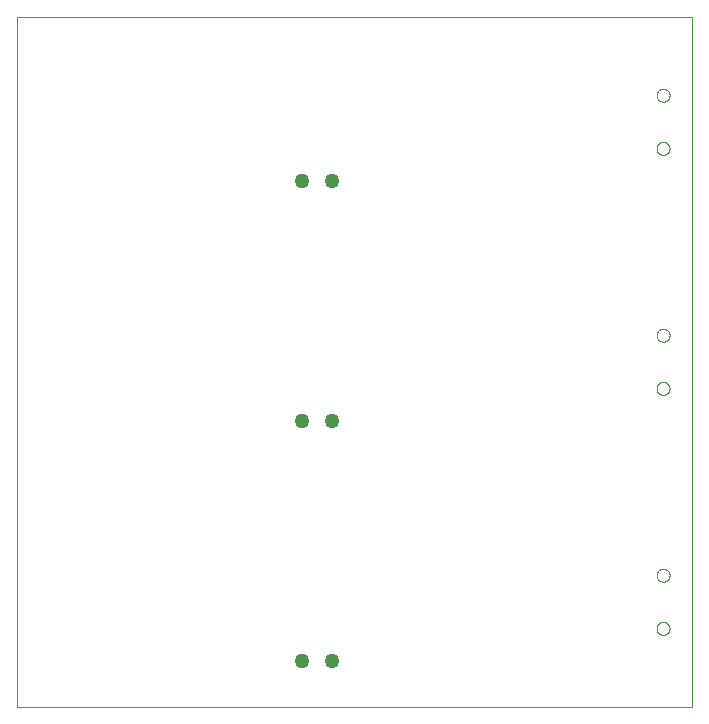
<source format=gbp>
G75*
%MOIN*%
%OFA0B0*%
%FSLAX25Y25*%
%IPPOS*%
%LPD*%
%AMOC8*
5,1,8,0,0,1.08239X$1,22.5*
%
%ADD10C,0.00000*%
%ADD11C,0.05000*%
D10*
X0001300Y0001250D02*
X0001300Y0231211D01*
X0226339Y0231250D01*
X0226300Y0001250D01*
X0001300Y0001250D01*
X0214529Y0027392D02*
X0214531Y0027485D01*
X0214537Y0027577D01*
X0214547Y0027669D01*
X0214561Y0027760D01*
X0214578Y0027851D01*
X0214600Y0027941D01*
X0214625Y0028030D01*
X0214654Y0028118D01*
X0214687Y0028204D01*
X0214724Y0028289D01*
X0214764Y0028373D01*
X0214808Y0028454D01*
X0214855Y0028534D01*
X0214905Y0028612D01*
X0214959Y0028687D01*
X0215016Y0028760D01*
X0215076Y0028830D01*
X0215139Y0028898D01*
X0215205Y0028963D01*
X0215273Y0029025D01*
X0215344Y0029085D01*
X0215418Y0029141D01*
X0215494Y0029194D01*
X0215572Y0029243D01*
X0215652Y0029290D01*
X0215734Y0029332D01*
X0215818Y0029372D01*
X0215903Y0029407D01*
X0215990Y0029439D01*
X0216078Y0029468D01*
X0216167Y0029492D01*
X0216257Y0029513D01*
X0216348Y0029529D01*
X0216440Y0029542D01*
X0216532Y0029551D01*
X0216625Y0029556D01*
X0216717Y0029557D01*
X0216810Y0029554D01*
X0216902Y0029547D01*
X0216994Y0029536D01*
X0217085Y0029521D01*
X0217176Y0029503D01*
X0217266Y0029480D01*
X0217354Y0029454D01*
X0217442Y0029424D01*
X0217528Y0029390D01*
X0217612Y0029353D01*
X0217695Y0029311D01*
X0217776Y0029267D01*
X0217856Y0029219D01*
X0217933Y0029168D01*
X0218007Y0029113D01*
X0218080Y0029055D01*
X0218150Y0028995D01*
X0218217Y0028931D01*
X0218281Y0028865D01*
X0218343Y0028795D01*
X0218401Y0028724D01*
X0218456Y0028650D01*
X0218508Y0028573D01*
X0218557Y0028494D01*
X0218603Y0028414D01*
X0218645Y0028331D01*
X0218683Y0028247D01*
X0218718Y0028161D01*
X0218749Y0028074D01*
X0218776Y0027986D01*
X0218799Y0027896D01*
X0218819Y0027806D01*
X0218835Y0027715D01*
X0218847Y0027623D01*
X0218855Y0027531D01*
X0218859Y0027438D01*
X0218859Y0027346D01*
X0218855Y0027253D01*
X0218847Y0027161D01*
X0218835Y0027069D01*
X0218819Y0026978D01*
X0218799Y0026888D01*
X0218776Y0026798D01*
X0218749Y0026710D01*
X0218718Y0026623D01*
X0218683Y0026537D01*
X0218645Y0026453D01*
X0218603Y0026370D01*
X0218557Y0026290D01*
X0218508Y0026211D01*
X0218456Y0026134D01*
X0218401Y0026060D01*
X0218343Y0025989D01*
X0218281Y0025919D01*
X0218217Y0025853D01*
X0218150Y0025789D01*
X0218080Y0025729D01*
X0218007Y0025671D01*
X0217933Y0025616D01*
X0217856Y0025565D01*
X0217777Y0025517D01*
X0217695Y0025473D01*
X0217612Y0025431D01*
X0217528Y0025394D01*
X0217442Y0025360D01*
X0217354Y0025330D01*
X0217266Y0025304D01*
X0217176Y0025281D01*
X0217085Y0025263D01*
X0216994Y0025248D01*
X0216902Y0025237D01*
X0216810Y0025230D01*
X0216717Y0025227D01*
X0216625Y0025228D01*
X0216532Y0025233D01*
X0216440Y0025242D01*
X0216348Y0025255D01*
X0216257Y0025271D01*
X0216167Y0025292D01*
X0216078Y0025316D01*
X0215990Y0025345D01*
X0215903Y0025377D01*
X0215818Y0025412D01*
X0215734Y0025452D01*
X0215652Y0025494D01*
X0215572Y0025541D01*
X0215494Y0025590D01*
X0215418Y0025643D01*
X0215344Y0025699D01*
X0215273Y0025759D01*
X0215205Y0025821D01*
X0215139Y0025886D01*
X0215076Y0025954D01*
X0215016Y0026024D01*
X0214959Y0026097D01*
X0214905Y0026172D01*
X0214855Y0026250D01*
X0214808Y0026330D01*
X0214764Y0026411D01*
X0214724Y0026495D01*
X0214687Y0026580D01*
X0214654Y0026666D01*
X0214625Y0026754D01*
X0214600Y0026843D01*
X0214578Y0026933D01*
X0214561Y0027024D01*
X0214547Y0027115D01*
X0214537Y0027207D01*
X0214531Y0027299D01*
X0214529Y0027392D01*
X0214529Y0045108D02*
X0214531Y0045201D01*
X0214537Y0045293D01*
X0214547Y0045385D01*
X0214561Y0045476D01*
X0214578Y0045567D01*
X0214600Y0045657D01*
X0214625Y0045746D01*
X0214654Y0045834D01*
X0214687Y0045920D01*
X0214724Y0046005D01*
X0214764Y0046089D01*
X0214808Y0046170D01*
X0214855Y0046250D01*
X0214905Y0046328D01*
X0214959Y0046403D01*
X0215016Y0046476D01*
X0215076Y0046546D01*
X0215139Y0046614D01*
X0215205Y0046679D01*
X0215273Y0046741D01*
X0215344Y0046801D01*
X0215418Y0046857D01*
X0215494Y0046910D01*
X0215572Y0046959D01*
X0215652Y0047006D01*
X0215734Y0047048D01*
X0215818Y0047088D01*
X0215903Y0047123D01*
X0215990Y0047155D01*
X0216078Y0047184D01*
X0216167Y0047208D01*
X0216257Y0047229D01*
X0216348Y0047245D01*
X0216440Y0047258D01*
X0216532Y0047267D01*
X0216625Y0047272D01*
X0216717Y0047273D01*
X0216810Y0047270D01*
X0216902Y0047263D01*
X0216994Y0047252D01*
X0217085Y0047237D01*
X0217176Y0047219D01*
X0217266Y0047196D01*
X0217354Y0047170D01*
X0217442Y0047140D01*
X0217528Y0047106D01*
X0217612Y0047069D01*
X0217695Y0047027D01*
X0217776Y0046983D01*
X0217856Y0046935D01*
X0217933Y0046884D01*
X0218007Y0046829D01*
X0218080Y0046771D01*
X0218150Y0046711D01*
X0218217Y0046647D01*
X0218281Y0046581D01*
X0218343Y0046511D01*
X0218401Y0046440D01*
X0218456Y0046366D01*
X0218508Y0046289D01*
X0218557Y0046210D01*
X0218603Y0046130D01*
X0218645Y0046047D01*
X0218683Y0045963D01*
X0218718Y0045877D01*
X0218749Y0045790D01*
X0218776Y0045702D01*
X0218799Y0045612D01*
X0218819Y0045522D01*
X0218835Y0045431D01*
X0218847Y0045339D01*
X0218855Y0045247D01*
X0218859Y0045154D01*
X0218859Y0045062D01*
X0218855Y0044969D01*
X0218847Y0044877D01*
X0218835Y0044785D01*
X0218819Y0044694D01*
X0218799Y0044604D01*
X0218776Y0044514D01*
X0218749Y0044426D01*
X0218718Y0044339D01*
X0218683Y0044253D01*
X0218645Y0044169D01*
X0218603Y0044086D01*
X0218557Y0044006D01*
X0218508Y0043927D01*
X0218456Y0043850D01*
X0218401Y0043776D01*
X0218343Y0043705D01*
X0218281Y0043635D01*
X0218217Y0043569D01*
X0218150Y0043505D01*
X0218080Y0043445D01*
X0218007Y0043387D01*
X0217933Y0043332D01*
X0217856Y0043281D01*
X0217777Y0043233D01*
X0217695Y0043189D01*
X0217612Y0043147D01*
X0217528Y0043110D01*
X0217442Y0043076D01*
X0217354Y0043046D01*
X0217266Y0043020D01*
X0217176Y0042997D01*
X0217085Y0042979D01*
X0216994Y0042964D01*
X0216902Y0042953D01*
X0216810Y0042946D01*
X0216717Y0042943D01*
X0216625Y0042944D01*
X0216532Y0042949D01*
X0216440Y0042958D01*
X0216348Y0042971D01*
X0216257Y0042987D01*
X0216167Y0043008D01*
X0216078Y0043032D01*
X0215990Y0043061D01*
X0215903Y0043093D01*
X0215818Y0043128D01*
X0215734Y0043168D01*
X0215652Y0043210D01*
X0215572Y0043257D01*
X0215494Y0043306D01*
X0215418Y0043359D01*
X0215344Y0043415D01*
X0215273Y0043475D01*
X0215205Y0043537D01*
X0215139Y0043602D01*
X0215076Y0043670D01*
X0215016Y0043740D01*
X0214959Y0043813D01*
X0214905Y0043888D01*
X0214855Y0043966D01*
X0214808Y0044046D01*
X0214764Y0044127D01*
X0214724Y0044211D01*
X0214687Y0044296D01*
X0214654Y0044382D01*
X0214625Y0044470D01*
X0214600Y0044559D01*
X0214578Y0044649D01*
X0214561Y0044740D01*
X0214547Y0044831D01*
X0214537Y0044923D01*
X0214531Y0045015D01*
X0214529Y0045108D01*
X0214529Y0107392D02*
X0214531Y0107485D01*
X0214537Y0107577D01*
X0214547Y0107669D01*
X0214561Y0107760D01*
X0214578Y0107851D01*
X0214600Y0107941D01*
X0214625Y0108030D01*
X0214654Y0108118D01*
X0214687Y0108204D01*
X0214724Y0108289D01*
X0214764Y0108373D01*
X0214808Y0108454D01*
X0214855Y0108534D01*
X0214905Y0108612D01*
X0214959Y0108687D01*
X0215016Y0108760D01*
X0215076Y0108830D01*
X0215139Y0108898D01*
X0215205Y0108963D01*
X0215273Y0109025D01*
X0215344Y0109085D01*
X0215418Y0109141D01*
X0215494Y0109194D01*
X0215572Y0109243D01*
X0215652Y0109290D01*
X0215734Y0109332D01*
X0215818Y0109372D01*
X0215903Y0109407D01*
X0215990Y0109439D01*
X0216078Y0109468D01*
X0216167Y0109492D01*
X0216257Y0109513D01*
X0216348Y0109529D01*
X0216440Y0109542D01*
X0216532Y0109551D01*
X0216625Y0109556D01*
X0216717Y0109557D01*
X0216810Y0109554D01*
X0216902Y0109547D01*
X0216994Y0109536D01*
X0217085Y0109521D01*
X0217176Y0109503D01*
X0217266Y0109480D01*
X0217354Y0109454D01*
X0217442Y0109424D01*
X0217528Y0109390D01*
X0217612Y0109353D01*
X0217695Y0109311D01*
X0217776Y0109267D01*
X0217856Y0109219D01*
X0217933Y0109168D01*
X0218007Y0109113D01*
X0218080Y0109055D01*
X0218150Y0108995D01*
X0218217Y0108931D01*
X0218281Y0108865D01*
X0218343Y0108795D01*
X0218401Y0108724D01*
X0218456Y0108650D01*
X0218508Y0108573D01*
X0218557Y0108494D01*
X0218603Y0108414D01*
X0218645Y0108331D01*
X0218683Y0108247D01*
X0218718Y0108161D01*
X0218749Y0108074D01*
X0218776Y0107986D01*
X0218799Y0107896D01*
X0218819Y0107806D01*
X0218835Y0107715D01*
X0218847Y0107623D01*
X0218855Y0107531D01*
X0218859Y0107438D01*
X0218859Y0107346D01*
X0218855Y0107253D01*
X0218847Y0107161D01*
X0218835Y0107069D01*
X0218819Y0106978D01*
X0218799Y0106888D01*
X0218776Y0106798D01*
X0218749Y0106710D01*
X0218718Y0106623D01*
X0218683Y0106537D01*
X0218645Y0106453D01*
X0218603Y0106370D01*
X0218557Y0106290D01*
X0218508Y0106211D01*
X0218456Y0106134D01*
X0218401Y0106060D01*
X0218343Y0105989D01*
X0218281Y0105919D01*
X0218217Y0105853D01*
X0218150Y0105789D01*
X0218080Y0105729D01*
X0218007Y0105671D01*
X0217933Y0105616D01*
X0217856Y0105565D01*
X0217777Y0105517D01*
X0217695Y0105473D01*
X0217612Y0105431D01*
X0217528Y0105394D01*
X0217442Y0105360D01*
X0217354Y0105330D01*
X0217266Y0105304D01*
X0217176Y0105281D01*
X0217085Y0105263D01*
X0216994Y0105248D01*
X0216902Y0105237D01*
X0216810Y0105230D01*
X0216717Y0105227D01*
X0216625Y0105228D01*
X0216532Y0105233D01*
X0216440Y0105242D01*
X0216348Y0105255D01*
X0216257Y0105271D01*
X0216167Y0105292D01*
X0216078Y0105316D01*
X0215990Y0105345D01*
X0215903Y0105377D01*
X0215818Y0105412D01*
X0215734Y0105452D01*
X0215652Y0105494D01*
X0215572Y0105541D01*
X0215494Y0105590D01*
X0215418Y0105643D01*
X0215344Y0105699D01*
X0215273Y0105759D01*
X0215205Y0105821D01*
X0215139Y0105886D01*
X0215076Y0105954D01*
X0215016Y0106024D01*
X0214959Y0106097D01*
X0214905Y0106172D01*
X0214855Y0106250D01*
X0214808Y0106330D01*
X0214764Y0106411D01*
X0214724Y0106495D01*
X0214687Y0106580D01*
X0214654Y0106666D01*
X0214625Y0106754D01*
X0214600Y0106843D01*
X0214578Y0106933D01*
X0214561Y0107024D01*
X0214547Y0107115D01*
X0214537Y0107207D01*
X0214531Y0107299D01*
X0214529Y0107392D01*
X0214529Y0125108D02*
X0214531Y0125201D01*
X0214537Y0125293D01*
X0214547Y0125385D01*
X0214561Y0125476D01*
X0214578Y0125567D01*
X0214600Y0125657D01*
X0214625Y0125746D01*
X0214654Y0125834D01*
X0214687Y0125920D01*
X0214724Y0126005D01*
X0214764Y0126089D01*
X0214808Y0126170D01*
X0214855Y0126250D01*
X0214905Y0126328D01*
X0214959Y0126403D01*
X0215016Y0126476D01*
X0215076Y0126546D01*
X0215139Y0126614D01*
X0215205Y0126679D01*
X0215273Y0126741D01*
X0215344Y0126801D01*
X0215418Y0126857D01*
X0215494Y0126910D01*
X0215572Y0126959D01*
X0215652Y0127006D01*
X0215734Y0127048D01*
X0215818Y0127088D01*
X0215903Y0127123D01*
X0215990Y0127155D01*
X0216078Y0127184D01*
X0216167Y0127208D01*
X0216257Y0127229D01*
X0216348Y0127245D01*
X0216440Y0127258D01*
X0216532Y0127267D01*
X0216625Y0127272D01*
X0216717Y0127273D01*
X0216810Y0127270D01*
X0216902Y0127263D01*
X0216994Y0127252D01*
X0217085Y0127237D01*
X0217176Y0127219D01*
X0217266Y0127196D01*
X0217354Y0127170D01*
X0217442Y0127140D01*
X0217528Y0127106D01*
X0217612Y0127069D01*
X0217695Y0127027D01*
X0217776Y0126983D01*
X0217856Y0126935D01*
X0217933Y0126884D01*
X0218007Y0126829D01*
X0218080Y0126771D01*
X0218150Y0126711D01*
X0218217Y0126647D01*
X0218281Y0126581D01*
X0218343Y0126511D01*
X0218401Y0126440D01*
X0218456Y0126366D01*
X0218508Y0126289D01*
X0218557Y0126210D01*
X0218603Y0126130D01*
X0218645Y0126047D01*
X0218683Y0125963D01*
X0218718Y0125877D01*
X0218749Y0125790D01*
X0218776Y0125702D01*
X0218799Y0125612D01*
X0218819Y0125522D01*
X0218835Y0125431D01*
X0218847Y0125339D01*
X0218855Y0125247D01*
X0218859Y0125154D01*
X0218859Y0125062D01*
X0218855Y0124969D01*
X0218847Y0124877D01*
X0218835Y0124785D01*
X0218819Y0124694D01*
X0218799Y0124604D01*
X0218776Y0124514D01*
X0218749Y0124426D01*
X0218718Y0124339D01*
X0218683Y0124253D01*
X0218645Y0124169D01*
X0218603Y0124086D01*
X0218557Y0124006D01*
X0218508Y0123927D01*
X0218456Y0123850D01*
X0218401Y0123776D01*
X0218343Y0123705D01*
X0218281Y0123635D01*
X0218217Y0123569D01*
X0218150Y0123505D01*
X0218080Y0123445D01*
X0218007Y0123387D01*
X0217933Y0123332D01*
X0217856Y0123281D01*
X0217777Y0123233D01*
X0217695Y0123189D01*
X0217612Y0123147D01*
X0217528Y0123110D01*
X0217442Y0123076D01*
X0217354Y0123046D01*
X0217266Y0123020D01*
X0217176Y0122997D01*
X0217085Y0122979D01*
X0216994Y0122964D01*
X0216902Y0122953D01*
X0216810Y0122946D01*
X0216717Y0122943D01*
X0216625Y0122944D01*
X0216532Y0122949D01*
X0216440Y0122958D01*
X0216348Y0122971D01*
X0216257Y0122987D01*
X0216167Y0123008D01*
X0216078Y0123032D01*
X0215990Y0123061D01*
X0215903Y0123093D01*
X0215818Y0123128D01*
X0215734Y0123168D01*
X0215652Y0123210D01*
X0215572Y0123257D01*
X0215494Y0123306D01*
X0215418Y0123359D01*
X0215344Y0123415D01*
X0215273Y0123475D01*
X0215205Y0123537D01*
X0215139Y0123602D01*
X0215076Y0123670D01*
X0215016Y0123740D01*
X0214959Y0123813D01*
X0214905Y0123888D01*
X0214855Y0123966D01*
X0214808Y0124046D01*
X0214764Y0124127D01*
X0214724Y0124211D01*
X0214687Y0124296D01*
X0214654Y0124382D01*
X0214625Y0124470D01*
X0214600Y0124559D01*
X0214578Y0124649D01*
X0214561Y0124740D01*
X0214547Y0124831D01*
X0214537Y0124923D01*
X0214531Y0125015D01*
X0214529Y0125108D01*
X0214529Y0187392D02*
X0214531Y0187485D01*
X0214537Y0187577D01*
X0214547Y0187669D01*
X0214561Y0187760D01*
X0214578Y0187851D01*
X0214600Y0187941D01*
X0214625Y0188030D01*
X0214654Y0188118D01*
X0214687Y0188204D01*
X0214724Y0188289D01*
X0214764Y0188373D01*
X0214808Y0188454D01*
X0214855Y0188534D01*
X0214905Y0188612D01*
X0214959Y0188687D01*
X0215016Y0188760D01*
X0215076Y0188830D01*
X0215139Y0188898D01*
X0215205Y0188963D01*
X0215273Y0189025D01*
X0215344Y0189085D01*
X0215418Y0189141D01*
X0215494Y0189194D01*
X0215572Y0189243D01*
X0215652Y0189290D01*
X0215734Y0189332D01*
X0215818Y0189372D01*
X0215903Y0189407D01*
X0215990Y0189439D01*
X0216078Y0189468D01*
X0216167Y0189492D01*
X0216257Y0189513D01*
X0216348Y0189529D01*
X0216440Y0189542D01*
X0216532Y0189551D01*
X0216625Y0189556D01*
X0216717Y0189557D01*
X0216810Y0189554D01*
X0216902Y0189547D01*
X0216994Y0189536D01*
X0217085Y0189521D01*
X0217176Y0189503D01*
X0217266Y0189480D01*
X0217354Y0189454D01*
X0217442Y0189424D01*
X0217528Y0189390D01*
X0217612Y0189353D01*
X0217695Y0189311D01*
X0217776Y0189267D01*
X0217856Y0189219D01*
X0217933Y0189168D01*
X0218007Y0189113D01*
X0218080Y0189055D01*
X0218150Y0188995D01*
X0218217Y0188931D01*
X0218281Y0188865D01*
X0218343Y0188795D01*
X0218401Y0188724D01*
X0218456Y0188650D01*
X0218508Y0188573D01*
X0218557Y0188494D01*
X0218603Y0188414D01*
X0218645Y0188331D01*
X0218683Y0188247D01*
X0218718Y0188161D01*
X0218749Y0188074D01*
X0218776Y0187986D01*
X0218799Y0187896D01*
X0218819Y0187806D01*
X0218835Y0187715D01*
X0218847Y0187623D01*
X0218855Y0187531D01*
X0218859Y0187438D01*
X0218859Y0187346D01*
X0218855Y0187253D01*
X0218847Y0187161D01*
X0218835Y0187069D01*
X0218819Y0186978D01*
X0218799Y0186888D01*
X0218776Y0186798D01*
X0218749Y0186710D01*
X0218718Y0186623D01*
X0218683Y0186537D01*
X0218645Y0186453D01*
X0218603Y0186370D01*
X0218557Y0186290D01*
X0218508Y0186211D01*
X0218456Y0186134D01*
X0218401Y0186060D01*
X0218343Y0185989D01*
X0218281Y0185919D01*
X0218217Y0185853D01*
X0218150Y0185789D01*
X0218080Y0185729D01*
X0218007Y0185671D01*
X0217933Y0185616D01*
X0217856Y0185565D01*
X0217777Y0185517D01*
X0217695Y0185473D01*
X0217612Y0185431D01*
X0217528Y0185394D01*
X0217442Y0185360D01*
X0217354Y0185330D01*
X0217266Y0185304D01*
X0217176Y0185281D01*
X0217085Y0185263D01*
X0216994Y0185248D01*
X0216902Y0185237D01*
X0216810Y0185230D01*
X0216717Y0185227D01*
X0216625Y0185228D01*
X0216532Y0185233D01*
X0216440Y0185242D01*
X0216348Y0185255D01*
X0216257Y0185271D01*
X0216167Y0185292D01*
X0216078Y0185316D01*
X0215990Y0185345D01*
X0215903Y0185377D01*
X0215818Y0185412D01*
X0215734Y0185452D01*
X0215652Y0185494D01*
X0215572Y0185541D01*
X0215494Y0185590D01*
X0215418Y0185643D01*
X0215344Y0185699D01*
X0215273Y0185759D01*
X0215205Y0185821D01*
X0215139Y0185886D01*
X0215076Y0185954D01*
X0215016Y0186024D01*
X0214959Y0186097D01*
X0214905Y0186172D01*
X0214855Y0186250D01*
X0214808Y0186330D01*
X0214764Y0186411D01*
X0214724Y0186495D01*
X0214687Y0186580D01*
X0214654Y0186666D01*
X0214625Y0186754D01*
X0214600Y0186843D01*
X0214578Y0186933D01*
X0214561Y0187024D01*
X0214547Y0187115D01*
X0214537Y0187207D01*
X0214531Y0187299D01*
X0214529Y0187392D01*
X0214529Y0205108D02*
X0214531Y0205201D01*
X0214537Y0205293D01*
X0214547Y0205385D01*
X0214561Y0205476D01*
X0214578Y0205567D01*
X0214600Y0205657D01*
X0214625Y0205746D01*
X0214654Y0205834D01*
X0214687Y0205920D01*
X0214724Y0206005D01*
X0214764Y0206089D01*
X0214808Y0206170D01*
X0214855Y0206250D01*
X0214905Y0206328D01*
X0214959Y0206403D01*
X0215016Y0206476D01*
X0215076Y0206546D01*
X0215139Y0206614D01*
X0215205Y0206679D01*
X0215273Y0206741D01*
X0215344Y0206801D01*
X0215418Y0206857D01*
X0215494Y0206910D01*
X0215572Y0206959D01*
X0215652Y0207006D01*
X0215734Y0207048D01*
X0215818Y0207088D01*
X0215903Y0207123D01*
X0215990Y0207155D01*
X0216078Y0207184D01*
X0216167Y0207208D01*
X0216257Y0207229D01*
X0216348Y0207245D01*
X0216440Y0207258D01*
X0216532Y0207267D01*
X0216625Y0207272D01*
X0216717Y0207273D01*
X0216810Y0207270D01*
X0216902Y0207263D01*
X0216994Y0207252D01*
X0217085Y0207237D01*
X0217176Y0207219D01*
X0217266Y0207196D01*
X0217354Y0207170D01*
X0217442Y0207140D01*
X0217528Y0207106D01*
X0217612Y0207069D01*
X0217695Y0207027D01*
X0217776Y0206983D01*
X0217856Y0206935D01*
X0217933Y0206884D01*
X0218007Y0206829D01*
X0218080Y0206771D01*
X0218150Y0206711D01*
X0218217Y0206647D01*
X0218281Y0206581D01*
X0218343Y0206511D01*
X0218401Y0206440D01*
X0218456Y0206366D01*
X0218508Y0206289D01*
X0218557Y0206210D01*
X0218603Y0206130D01*
X0218645Y0206047D01*
X0218683Y0205963D01*
X0218718Y0205877D01*
X0218749Y0205790D01*
X0218776Y0205702D01*
X0218799Y0205612D01*
X0218819Y0205522D01*
X0218835Y0205431D01*
X0218847Y0205339D01*
X0218855Y0205247D01*
X0218859Y0205154D01*
X0218859Y0205062D01*
X0218855Y0204969D01*
X0218847Y0204877D01*
X0218835Y0204785D01*
X0218819Y0204694D01*
X0218799Y0204604D01*
X0218776Y0204514D01*
X0218749Y0204426D01*
X0218718Y0204339D01*
X0218683Y0204253D01*
X0218645Y0204169D01*
X0218603Y0204086D01*
X0218557Y0204006D01*
X0218508Y0203927D01*
X0218456Y0203850D01*
X0218401Y0203776D01*
X0218343Y0203705D01*
X0218281Y0203635D01*
X0218217Y0203569D01*
X0218150Y0203505D01*
X0218080Y0203445D01*
X0218007Y0203387D01*
X0217933Y0203332D01*
X0217856Y0203281D01*
X0217777Y0203233D01*
X0217695Y0203189D01*
X0217612Y0203147D01*
X0217528Y0203110D01*
X0217442Y0203076D01*
X0217354Y0203046D01*
X0217266Y0203020D01*
X0217176Y0202997D01*
X0217085Y0202979D01*
X0216994Y0202964D01*
X0216902Y0202953D01*
X0216810Y0202946D01*
X0216717Y0202943D01*
X0216625Y0202944D01*
X0216532Y0202949D01*
X0216440Y0202958D01*
X0216348Y0202971D01*
X0216257Y0202987D01*
X0216167Y0203008D01*
X0216078Y0203032D01*
X0215990Y0203061D01*
X0215903Y0203093D01*
X0215818Y0203128D01*
X0215734Y0203168D01*
X0215652Y0203210D01*
X0215572Y0203257D01*
X0215494Y0203306D01*
X0215418Y0203359D01*
X0215344Y0203415D01*
X0215273Y0203475D01*
X0215205Y0203537D01*
X0215139Y0203602D01*
X0215076Y0203670D01*
X0215016Y0203740D01*
X0214959Y0203813D01*
X0214905Y0203888D01*
X0214855Y0203966D01*
X0214808Y0204046D01*
X0214764Y0204127D01*
X0214724Y0204211D01*
X0214687Y0204296D01*
X0214654Y0204382D01*
X0214625Y0204470D01*
X0214600Y0204559D01*
X0214578Y0204649D01*
X0214561Y0204740D01*
X0214547Y0204831D01*
X0214537Y0204923D01*
X0214531Y0205015D01*
X0214529Y0205108D01*
D11*
X0106300Y0176565D03*
X0096300Y0176565D03*
X0096300Y0096565D03*
X0106300Y0096565D03*
X0106300Y0016565D03*
X0096300Y0016565D03*
M02*

</source>
